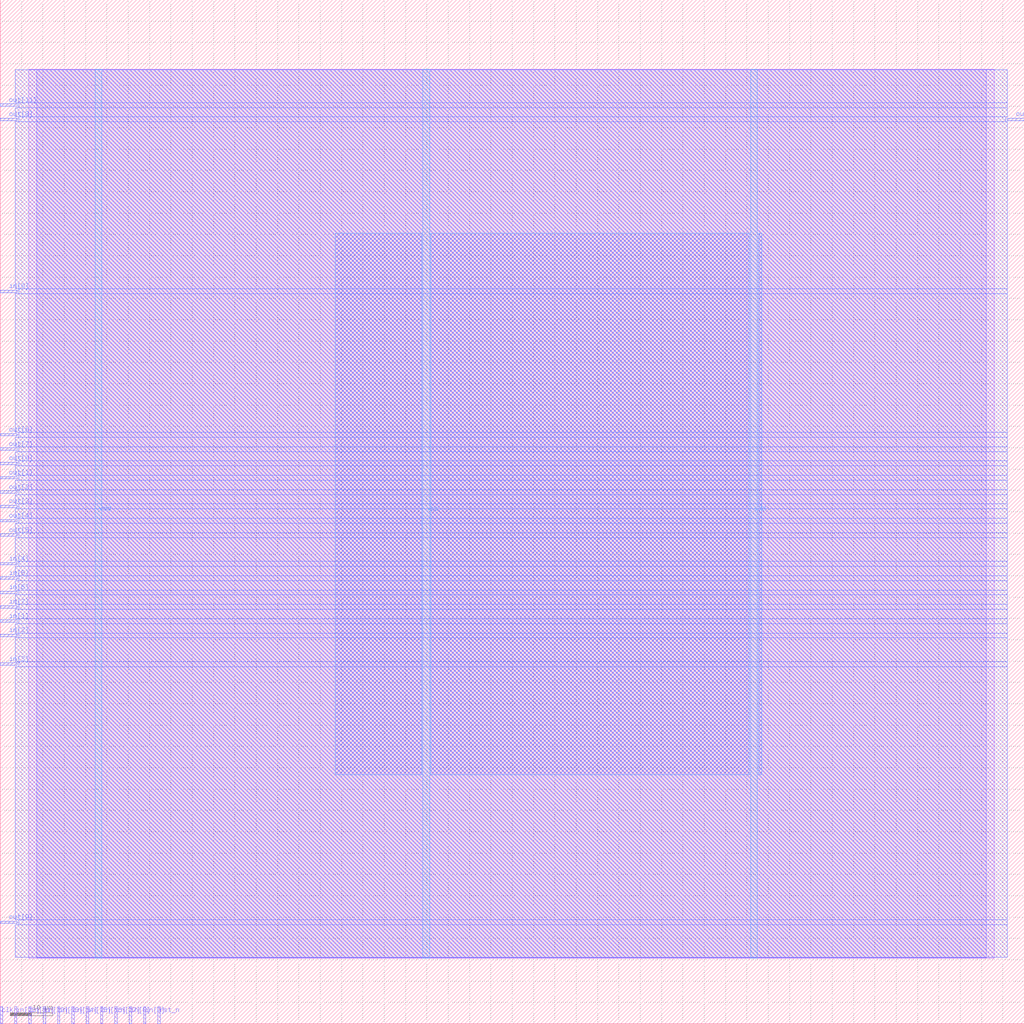
<source format=lef>
VERSION 5.7 ;
  NOWIREEXTENSIONATPIN ON ;
  DIVIDERCHAR "/" ;
  BUSBITCHARS "[]" ;
MACRO cells7
  CLASS BLOCK ;
  FOREIGN cells7 ;
  ORIGIN 0.000 0.000 ;
  SIZE 240.000 BY 240.000 ;
  PIN clk
    DIRECTION INPUT ;
    USE SIGNAL ;
    PORT
      LAYER Metal2 ;
        RECT 0.000 0.000 0.560 4.000 ;
    END
  END clk
  PIN in[0]
    DIRECTION INPUT ;
    USE SIGNAL ;
    ANTENNAGATEAREA 0.741000 ;
    ANTENNADIFFAREA 0.410400 ;
    PORT
      LAYER Metal3 ;
        RECT 0.000 171.360 4.000 171.920 ;
    END
  END in[0]
  PIN in[10]
    DIRECTION INPUT ;
    USE SIGNAL ;
    PORT
      LAYER Metal2 ;
        RECT 3.360 0.000 3.920 4.000 ;
    END
  END in[10]
  PIN in[11]
    DIRECTION INPUT ;
    USE SIGNAL ;
    PORT
      LAYER Metal2 ;
        RECT 6.720 0.000 7.280 4.000 ;
    END
  END in[11]
  PIN in[12]
    DIRECTION INPUT ;
    USE SIGNAL ;
    PORT
      LAYER Metal2 ;
        RECT 10.080 0.000 10.640 4.000 ;
    END
  END in[12]
  PIN in[13]
    DIRECTION INPUT ;
    USE SIGNAL ;
    PORT
      LAYER Metal2 ;
        RECT 13.440 0.000 14.000 4.000 ;
    END
  END in[13]
  PIN in[14]
    DIRECTION INPUT ;
    USE SIGNAL ;
    PORT
      LAYER Metal2 ;
        RECT 16.800 0.000 17.360 4.000 ;
    END
  END in[14]
  PIN in[15]
    DIRECTION INPUT ;
    USE SIGNAL ;
    PORT
      LAYER Metal2 ;
        RECT 20.160 0.000 20.720 4.000 ;
    END
  END in[15]
  PIN in[16]
    DIRECTION INPUT ;
    USE SIGNAL ;
    PORT
      LAYER Metal2 ;
        RECT 23.520 0.000 24.080 4.000 ;
    END
  END in[16]
  PIN in[17]
    DIRECTION INPUT ;
    USE SIGNAL ;
    PORT
      LAYER Metal2 ;
        RECT 26.880 0.000 27.440 4.000 ;
    END
  END in[17]
  PIN in[1]
    DIRECTION INPUT ;
    USE SIGNAL ;
    ANTENNAGATEAREA 0.726000 ;
    ANTENNADIFFAREA 0.410400 ;
    PORT
      LAYER Metal3 ;
        RECT 0.000 94.080 4.000 94.640 ;
    END
  END in[1]
  PIN in[2]
    DIRECTION INPUT ;
    USE SIGNAL ;
    ANTENNAGATEAREA 0.741000 ;
    ANTENNADIFFAREA 0.410400 ;
    PORT
      LAYER Metal3 ;
        RECT 0.000 90.720 4.000 91.280 ;
    END
  END in[2]
  PIN in[3]
    DIRECTION INPUT ;
    USE SIGNAL ;
    ANTENNAGATEAREA 0.741000 ;
    ANTENNADIFFAREA 0.410400 ;
    PORT
      LAYER Metal3 ;
        RECT 0.000 84.000 4.000 84.560 ;
    END
  END in[3]
  PIN in[4]
    DIRECTION INPUT ;
    USE SIGNAL ;
    ANTENNAGATEAREA 0.498500 ;
    ANTENNADIFFAREA 0.410400 ;
    PORT
      LAYER Metal3 ;
        RECT 0.000 107.520 4.000 108.080 ;
    END
  END in[4]
  PIN in[5]
    DIRECTION INPUT ;
    USE SIGNAL ;
    ANTENNAGATEAREA 0.726000 ;
    ANTENNADIFFAREA 0.410400 ;
    PORT
      LAYER Metal3 ;
        RECT 0.000 104.160 4.000 104.720 ;
    END
  END in[5]
  PIN in[6]
    DIRECTION INPUT ;
    USE SIGNAL ;
    ANTENNAGATEAREA 0.726000 ;
    ANTENNADIFFAREA 0.410400 ;
    PORT
      LAYER Metal3 ;
        RECT 0.000 100.800 4.000 101.360 ;
    END
  END in[6]
  PIN in[7]
    DIRECTION INPUT ;
    USE SIGNAL ;
    ANTENNAGATEAREA 0.498500 ;
    ANTENNADIFFAREA 0.410400 ;
    PORT
      LAYER Metal3 ;
        RECT 0.000 97.440 4.000 98.000 ;
    END
  END in[7]
  PIN in[8]
    DIRECTION INPUT ;
    USE SIGNAL ;
    PORT
      LAYER Metal2 ;
        RECT 30.240 0.000 30.800 4.000 ;
    END
  END in[8]
  PIN in[9]
    DIRECTION INPUT ;
    USE SIGNAL ;
    PORT
      LAYER Metal2 ;
        RECT 33.600 0.000 34.160 4.000 ;
    END
  END in[9]
  PIN out[0]
    DIRECTION OUTPUT TRISTATE ;
    USE SIGNAL ;
    ANTENNADIFFAREA 4.731200 ;
    PORT
      LAYER Metal3 ;
        RECT 0.000 131.040 4.000 131.600 ;
    END
  END out[0]
  PIN out[10]
    DIRECTION OUTPUT TRISTATE ;
    USE SIGNAL ;
    ANTENNADIFFAREA 0.360800 ;
    PORT
      LAYER Metal3 ;
        RECT 236.000 211.680 240.000 212.240 ;
    END
  END out[10]
  PIN out[11]
    DIRECTION OUTPUT TRISTATE ;
    USE SIGNAL ;
    ANTENNADIFFAREA 0.360800 ;
    PORT
      LAYER Metal3 ;
        RECT 0.000 215.040 4.000 215.600 ;
    END
  END out[11]
  PIN out[1]
    DIRECTION OUTPUT TRISTATE ;
    USE SIGNAL ;
    ANTENNADIFFAREA 4.731200 ;
    PORT
      LAYER Metal3 ;
        RECT 0.000 127.680 4.000 128.240 ;
    END
  END out[1]
  PIN out[2]
    DIRECTION OUTPUT TRISTATE ;
    USE SIGNAL ;
    ANTENNADIFFAREA 4.731200 ;
    PORT
      LAYER Metal3 ;
        RECT 0.000 124.320 4.000 124.880 ;
    END
  END out[2]
  PIN out[3]
    DIRECTION OUTPUT TRISTATE ;
    USE SIGNAL ;
    ANTENNADIFFAREA 4.731200 ;
    PORT
      LAYER Metal3 ;
        RECT 0.000 120.960 4.000 121.520 ;
    END
  END out[3]
  PIN out[4]
    DIRECTION OUTPUT TRISTATE ;
    USE SIGNAL ;
    ANTENNADIFFAREA 4.731200 ;
    PORT
      LAYER Metal3 ;
        RECT 0.000 117.600 4.000 118.160 ;
    END
  END out[4]
  PIN out[5]
    DIRECTION OUTPUT TRISTATE ;
    USE SIGNAL ;
    ANTENNADIFFAREA 4.731200 ;
    PORT
      LAYER Metal3 ;
        RECT 0.000 114.240 4.000 114.800 ;
    END
  END out[5]
  PIN out[6]
    DIRECTION OUTPUT TRISTATE ;
    USE SIGNAL ;
    ANTENNADIFFAREA 4.731200 ;
    PORT
      LAYER Metal3 ;
        RECT 0.000 137.760 4.000 138.320 ;
    END
  END out[6]
  PIN out[7]
    DIRECTION OUTPUT TRISTATE ;
    USE SIGNAL ;
    ANTENNADIFFAREA 4.731200 ;
    PORT
      LAYER Metal3 ;
        RECT 0.000 134.400 4.000 134.960 ;
    END
  END out[7]
  PIN out[8]
    DIRECTION OUTPUT TRISTATE ;
    USE SIGNAL ;
    ANTENNADIFFAREA 0.360800 ;
    PORT
      LAYER Metal3 ;
        RECT 0.000 211.680 4.000 212.240 ;
    END
  END out[8]
  PIN out[9]
    DIRECTION OUTPUT TRISTATE ;
    USE SIGNAL ;
    ANTENNADIFFAREA 0.360800 ;
    PORT
      LAYER Metal3 ;
        RECT 0.000 23.520 4.000 24.080 ;
    END
  END out[9]
  PIN rst_n
    DIRECTION INPUT ;
    USE SIGNAL ;
    PORT
      LAYER Metal2 ;
        RECT 36.960 0.000 37.520 4.000 ;
    END
  END rst_n
  PIN vdd
    DIRECTION INOUT ;
    USE POWER ;
    PORT
      LAYER Metal4 ;
        RECT 22.240 15.380 23.840 223.740 ;
    END
    PORT
      LAYER Metal4 ;
        RECT 175.840 15.380 177.440 223.740 ;
    END
  END vdd
  PIN vss
    DIRECTION INOUT ;
    USE GROUND ;
    PORT
      LAYER Metal4 ;
        RECT 99.040 15.380 100.640 223.740 ;
    END
  END vss
  OBS
      LAYER Metal1 ;
        RECT 6.720 15.380 232.960 223.740 ;
      LAYER Metal2 ;
        RECT 8.540 15.490 231.140 223.630 ;
      LAYER Metal3 ;
        RECT 3.500 215.900 236.000 223.580 ;
        RECT 4.300 214.740 236.000 215.900 ;
        RECT 3.500 212.540 236.000 214.740 ;
        RECT 4.300 211.380 235.700 212.540 ;
        RECT 3.500 172.220 236.000 211.380 ;
        RECT 4.300 171.060 236.000 172.220 ;
        RECT 3.500 138.620 236.000 171.060 ;
        RECT 4.300 137.460 236.000 138.620 ;
        RECT 3.500 135.260 236.000 137.460 ;
        RECT 4.300 134.100 236.000 135.260 ;
        RECT 3.500 131.900 236.000 134.100 ;
        RECT 4.300 130.740 236.000 131.900 ;
        RECT 3.500 128.540 236.000 130.740 ;
        RECT 4.300 127.380 236.000 128.540 ;
        RECT 3.500 125.180 236.000 127.380 ;
        RECT 4.300 124.020 236.000 125.180 ;
        RECT 3.500 121.820 236.000 124.020 ;
        RECT 4.300 120.660 236.000 121.820 ;
        RECT 3.500 118.460 236.000 120.660 ;
        RECT 4.300 117.300 236.000 118.460 ;
        RECT 3.500 115.100 236.000 117.300 ;
        RECT 4.300 113.940 236.000 115.100 ;
        RECT 3.500 108.380 236.000 113.940 ;
        RECT 4.300 107.220 236.000 108.380 ;
        RECT 3.500 105.020 236.000 107.220 ;
        RECT 4.300 103.860 236.000 105.020 ;
        RECT 3.500 101.660 236.000 103.860 ;
        RECT 4.300 100.500 236.000 101.660 ;
        RECT 3.500 98.300 236.000 100.500 ;
        RECT 4.300 97.140 236.000 98.300 ;
        RECT 3.500 94.940 236.000 97.140 ;
        RECT 4.300 93.780 236.000 94.940 ;
        RECT 3.500 91.580 236.000 93.780 ;
        RECT 4.300 90.420 236.000 91.580 ;
        RECT 3.500 84.860 236.000 90.420 ;
        RECT 4.300 83.700 236.000 84.860 ;
        RECT 3.500 24.380 236.000 83.700 ;
        RECT 4.300 23.220 236.000 24.380 ;
        RECT 3.500 15.540 236.000 23.220 ;
      LAYER Metal4 ;
        RECT 78.540 58.330 98.740 185.270 ;
        RECT 100.940 58.330 175.540 185.270 ;
        RECT 177.740 58.330 178.500 185.270 ;
  END
END cells7
END LIBRARY


</source>
